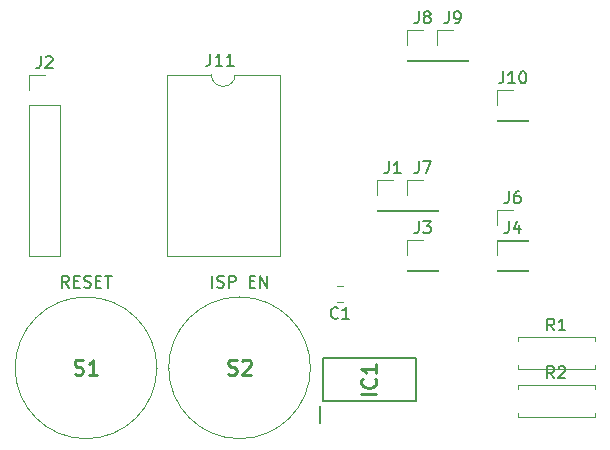
<source format=gbr>
G04 #@! TF.GenerationSoftware,KiCad,Pcbnew,(5.1.5)-3*
G04 #@! TF.CreationDate,2020-02-17T19:36:34-06:00*
G04 #@! TF.ProjectId,ledgrid_programmer,6c656467-7269-4645-9f70-726f6772616d,rev?*
G04 #@! TF.SameCoordinates,Original*
G04 #@! TF.FileFunction,Legend,Top*
G04 #@! TF.FilePolarity,Positive*
%FSLAX46Y46*%
G04 Gerber Fmt 4.6, Leading zero omitted, Abs format (unit mm)*
G04 Created by KiCad (PCBNEW (5.1.5)-3) date 2020-02-17 19:36:34*
%MOMM*%
%LPD*%
G04 APERTURE LIST*
%ADD10C,0.150000*%
%ADD11C,0.100000*%
%ADD12C,0.120000*%
%ADD13C,0.200000*%
%ADD14C,0.254000*%
G04 APERTURE END LIST*
D10*
X93916666Y-96702380D02*
X93916666Y-95702380D01*
X94345238Y-96654761D02*
X94488095Y-96702380D01*
X94726190Y-96702380D01*
X94821428Y-96654761D01*
X94869047Y-96607142D01*
X94916666Y-96511904D01*
X94916666Y-96416666D01*
X94869047Y-96321428D01*
X94821428Y-96273809D01*
X94726190Y-96226190D01*
X94535714Y-96178571D01*
X94440476Y-96130952D01*
X94392857Y-96083333D01*
X94345238Y-95988095D01*
X94345238Y-95892857D01*
X94392857Y-95797619D01*
X94440476Y-95750000D01*
X94535714Y-95702380D01*
X94773809Y-95702380D01*
X94916666Y-95750000D01*
X95345238Y-96702380D02*
X95345238Y-95702380D01*
X95726190Y-95702380D01*
X95821428Y-95750000D01*
X95869047Y-95797619D01*
X95916666Y-95892857D01*
X95916666Y-96035714D01*
X95869047Y-96130952D01*
X95821428Y-96178571D01*
X95726190Y-96226190D01*
X95345238Y-96226190D01*
X97107142Y-96178571D02*
X97440476Y-96178571D01*
X97583333Y-96702380D02*
X97107142Y-96702380D01*
X97107142Y-95702380D01*
X97583333Y-95702380D01*
X98011904Y-96702380D02*
X98011904Y-95702380D01*
X98583333Y-96702380D01*
X98583333Y-95702380D01*
X81797619Y-96702380D02*
X81464285Y-96226190D01*
X81226190Y-96702380D02*
X81226190Y-95702380D01*
X81607142Y-95702380D01*
X81702380Y-95750000D01*
X81750000Y-95797619D01*
X81797619Y-95892857D01*
X81797619Y-96035714D01*
X81750000Y-96130952D01*
X81702380Y-96178571D01*
X81607142Y-96226190D01*
X81226190Y-96226190D01*
X82226190Y-96178571D02*
X82559523Y-96178571D01*
X82702380Y-96702380D02*
X82226190Y-96702380D01*
X82226190Y-95702380D01*
X82702380Y-95702380D01*
X83083333Y-96654761D02*
X83226190Y-96702380D01*
X83464285Y-96702380D01*
X83559523Y-96654761D01*
X83607142Y-96607142D01*
X83654761Y-96511904D01*
X83654761Y-96416666D01*
X83607142Y-96321428D01*
X83559523Y-96273809D01*
X83464285Y-96226190D01*
X83273809Y-96178571D01*
X83178571Y-96130952D01*
X83130952Y-96083333D01*
X83083333Y-95988095D01*
X83083333Y-95892857D01*
X83130952Y-95797619D01*
X83178571Y-95750000D01*
X83273809Y-95702380D01*
X83511904Y-95702380D01*
X83654761Y-95750000D01*
X84083333Y-96178571D02*
X84416666Y-96178571D01*
X84559523Y-96702380D02*
X84083333Y-96702380D01*
X84083333Y-95702380D01*
X84559523Y-95702380D01*
X84845238Y-95702380D02*
X85416666Y-95702380D01*
X85130952Y-96702380D02*
X85130952Y-95702380D01*
D11*
X90250000Y-103500000D02*
G75*
G02X102250000Y-103500000I6000000J0D01*
G01*
X102250000Y-103500000D02*
G75*
G02X90250000Y-103500000I-6000000J0D01*
G01*
X102250000Y-103500000D02*
X102250000Y-103500000D01*
X90250000Y-103500000D02*
X90250000Y-103500000D01*
X77250000Y-103500000D02*
G75*
G02X89250000Y-103500000I6000000J0D01*
G01*
X89250000Y-103500000D02*
G75*
G02X77250000Y-103500000I-6000000J0D01*
G01*
X89250000Y-103500000D02*
X89250000Y-103500000D01*
X77250000Y-103500000D02*
X77250000Y-103500000D01*
D12*
X105011252Y-96540000D02*
X104488748Y-96540000D01*
X105011252Y-97960000D02*
X104488748Y-97960000D01*
X126330000Y-107670000D02*
X126330000Y-107340000D01*
X119790000Y-107670000D02*
X126330000Y-107670000D01*
X119790000Y-107340000D02*
X119790000Y-107670000D01*
X126330000Y-104930000D02*
X126330000Y-105260000D01*
X119790000Y-104930000D02*
X126330000Y-104930000D01*
X119790000Y-105260000D02*
X119790000Y-104930000D01*
X126330000Y-103620000D02*
X126330000Y-103290000D01*
X119790000Y-103620000D02*
X126330000Y-103620000D01*
X119790000Y-103290000D02*
X119790000Y-103620000D01*
X126330000Y-100880000D02*
X126330000Y-101210000D01*
X119790000Y-100880000D02*
X126330000Y-100880000D01*
X119790000Y-101210000D02*
X119790000Y-100880000D01*
X78420000Y-78670000D02*
X79750000Y-78670000D01*
X78420000Y-80000000D02*
X78420000Y-78670000D01*
X78420000Y-81270000D02*
X81080000Y-81270000D01*
X81080000Y-81270000D02*
X81080000Y-94030000D01*
X78420000Y-81270000D02*
X78420000Y-94030000D01*
X78420000Y-94030000D02*
X81080000Y-94030000D01*
X99680000Y-78670000D02*
X95870000Y-78670000D01*
X99680000Y-94030000D02*
X99680000Y-78670000D01*
X90095000Y-94030000D02*
X99680000Y-94030000D01*
X90095000Y-78670000D02*
X90095000Y-94030000D01*
X93870000Y-78670000D02*
X90095000Y-78670000D01*
X95870000Y-78670000D02*
G75*
G02X93870000Y-78670000I-1000000J0D01*
G01*
X118050000Y-79950000D02*
X119380000Y-79950000D01*
X118050000Y-81280000D02*
X118050000Y-79950000D01*
X118050000Y-82550000D02*
X120710000Y-82550000D01*
X120710000Y-82550000D02*
X120710000Y-82610000D01*
X118050000Y-82550000D02*
X118050000Y-82610000D01*
X118050000Y-82610000D02*
X120710000Y-82610000D01*
X112970000Y-74870000D02*
X114300000Y-74870000D01*
X112970000Y-76200000D02*
X112970000Y-74870000D01*
X112970000Y-77470000D02*
X115630000Y-77470000D01*
X115630000Y-77470000D02*
X115630000Y-77530000D01*
X112970000Y-77470000D02*
X112970000Y-77530000D01*
X112970000Y-77530000D02*
X115630000Y-77530000D01*
X110430000Y-74870000D02*
X111760000Y-74870000D01*
X110430000Y-76200000D02*
X110430000Y-74870000D01*
X110430000Y-77470000D02*
X113090000Y-77470000D01*
X113090000Y-77470000D02*
X113090000Y-77530000D01*
X110430000Y-77470000D02*
X110430000Y-77530000D01*
X110430000Y-77530000D02*
X113090000Y-77530000D01*
X110430000Y-87570000D02*
X111760000Y-87570000D01*
X110430000Y-88900000D02*
X110430000Y-87570000D01*
X110430000Y-90170000D02*
X113090000Y-90170000D01*
X113090000Y-90170000D02*
X113090000Y-90230000D01*
X110430000Y-90170000D02*
X110430000Y-90230000D01*
X110430000Y-90230000D02*
X113090000Y-90230000D01*
X118050000Y-90110000D02*
X119380000Y-90110000D01*
X118050000Y-91440000D02*
X118050000Y-90110000D01*
X118050000Y-92710000D02*
X120710000Y-92710000D01*
X120710000Y-92710000D02*
X120710000Y-92770000D01*
X118050000Y-92710000D02*
X118050000Y-92770000D01*
X118050000Y-92770000D02*
X120710000Y-92770000D01*
X118050000Y-92650000D02*
X119380000Y-92650000D01*
X118050000Y-93980000D02*
X118050000Y-92650000D01*
X118050000Y-95250000D02*
X120710000Y-95250000D01*
X120710000Y-95250000D02*
X120710000Y-95310000D01*
X118050000Y-95250000D02*
X118050000Y-95310000D01*
X118050000Y-95310000D02*
X120710000Y-95310000D01*
X110430000Y-92650000D02*
X111760000Y-92650000D01*
X110430000Y-93980000D02*
X110430000Y-92650000D01*
X110430000Y-95250000D02*
X113090000Y-95250000D01*
X113090000Y-95250000D02*
X113090000Y-95310000D01*
X110430000Y-95250000D02*
X110430000Y-95310000D01*
X110430000Y-95310000D02*
X113090000Y-95310000D01*
X107890000Y-87570000D02*
X109220000Y-87570000D01*
X107890000Y-88900000D02*
X107890000Y-87570000D01*
X107890000Y-90170000D02*
X110550000Y-90170000D01*
X110550000Y-90170000D02*
X110550000Y-90230000D01*
X107890000Y-90170000D02*
X107890000Y-90230000D01*
X107890000Y-90230000D02*
X110550000Y-90230000D01*
D13*
X103100000Y-108175000D02*
X103100000Y-106700000D01*
X111150000Y-106350000D02*
X103350000Y-106350000D01*
X111150000Y-102650000D02*
X111150000Y-106350000D01*
X103350000Y-102650000D02*
X111150000Y-102650000D01*
X103350000Y-106350000D02*
X103350000Y-102650000D01*
D14*
X95282380Y-104014047D02*
X95463809Y-104074523D01*
X95766190Y-104074523D01*
X95887142Y-104014047D01*
X95947619Y-103953571D01*
X96008095Y-103832619D01*
X96008095Y-103711666D01*
X95947619Y-103590714D01*
X95887142Y-103530238D01*
X95766190Y-103469761D01*
X95524285Y-103409285D01*
X95403333Y-103348809D01*
X95342857Y-103288333D01*
X95282380Y-103167380D01*
X95282380Y-103046428D01*
X95342857Y-102925476D01*
X95403333Y-102865000D01*
X95524285Y-102804523D01*
X95826666Y-102804523D01*
X96008095Y-102865000D01*
X96491904Y-102925476D02*
X96552380Y-102865000D01*
X96673333Y-102804523D01*
X96975714Y-102804523D01*
X97096666Y-102865000D01*
X97157142Y-102925476D01*
X97217619Y-103046428D01*
X97217619Y-103167380D01*
X97157142Y-103348809D01*
X96431428Y-104074523D01*
X97217619Y-104074523D01*
X82282380Y-104014047D02*
X82463809Y-104074523D01*
X82766190Y-104074523D01*
X82887142Y-104014047D01*
X82947619Y-103953571D01*
X83008095Y-103832619D01*
X83008095Y-103711666D01*
X82947619Y-103590714D01*
X82887142Y-103530238D01*
X82766190Y-103469761D01*
X82524285Y-103409285D01*
X82403333Y-103348809D01*
X82342857Y-103288333D01*
X82282380Y-103167380D01*
X82282380Y-103046428D01*
X82342857Y-102925476D01*
X82403333Y-102865000D01*
X82524285Y-102804523D01*
X82826666Y-102804523D01*
X83008095Y-102865000D01*
X84217619Y-104074523D02*
X83491904Y-104074523D01*
X83854761Y-104074523D02*
X83854761Y-102804523D01*
X83733809Y-102985952D01*
X83612857Y-103106904D01*
X83491904Y-103167380D01*
D10*
X104583333Y-99257142D02*
X104535714Y-99304761D01*
X104392857Y-99352380D01*
X104297619Y-99352380D01*
X104154761Y-99304761D01*
X104059523Y-99209523D01*
X104011904Y-99114285D01*
X103964285Y-98923809D01*
X103964285Y-98780952D01*
X104011904Y-98590476D01*
X104059523Y-98495238D01*
X104154761Y-98400000D01*
X104297619Y-98352380D01*
X104392857Y-98352380D01*
X104535714Y-98400000D01*
X104583333Y-98447619D01*
X105535714Y-99352380D02*
X104964285Y-99352380D01*
X105250000Y-99352380D02*
X105250000Y-98352380D01*
X105154761Y-98495238D01*
X105059523Y-98590476D01*
X104964285Y-98638095D01*
X122893333Y-104382380D02*
X122560000Y-103906190D01*
X122321904Y-104382380D02*
X122321904Y-103382380D01*
X122702857Y-103382380D01*
X122798095Y-103430000D01*
X122845714Y-103477619D01*
X122893333Y-103572857D01*
X122893333Y-103715714D01*
X122845714Y-103810952D01*
X122798095Y-103858571D01*
X122702857Y-103906190D01*
X122321904Y-103906190D01*
X123274285Y-103477619D02*
X123321904Y-103430000D01*
X123417142Y-103382380D01*
X123655238Y-103382380D01*
X123750476Y-103430000D01*
X123798095Y-103477619D01*
X123845714Y-103572857D01*
X123845714Y-103668095D01*
X123798095Y-103810952D01*
X123226666Y-104382380D01*
X123845714Y-104382380D01*
X122893333Y-100332380D02*
X122560000Y-99856190D01*
X122321904Y-100332380D02*
X122321904Y-99332380D01*
X122702857Y-99332380D01*
X122798095Y-99380000D01*
X122845714Y-99427619D01*
X122893333Y-99522857D01*
X122893333Y-99665714D01*
X122845714Y-99760952D01*
X122798095Y-99808571D01*
X122702857Y-99856190D01*
X122321904Y-99856190D01*
X123845714Y-100332380D02*
X123274285Y-100332380D01*
X123560000Y-100332380D02*
X123560000Y-99332380D01*
X123464761Y-99475238D01*
X123369523Y-99570476D01*
X123274285Y-99618095D01*
X79416666Y-77122380D02*
X79416666Y-77836666D01*
X79369047Y-77979523D01*
X79273809Y-78074761D01*
X79130952Y-78122380D01*
X79035714Y-78122380D01*
X79845238Y-77217619D02*
X79892857Y-77170000D01*
X79988095Y-77122380D01*
X80226190Y-77122380D01*
X80321428Y-77170000D01*
X80369047Y-77217619D01*
X80416666Y-77312857D01*
X80416666Y-77408095D01*
X80369047Y-77550952D01*
X79797619Y-78122380D01*
X80416666Y-78122380D01*
X93790476Y-76912380D02*
X93790476Y-77626666D01*
X93742857Y-77769523D01*
X93647619Y-77864761D01*
X93504761Y-77912380D01*
X93409523Y-77912380D01*
X94790476Y-77912380D02*
X94219047Y-77912380D01*
X94504761Y-77912380D02*
X94504761Y-76912380D01*
X94409523Y-77055238D01*
X94314285Y-77150476D01*
X94219047Y-77198095D01*
X95742857Y-77912380D02*
X95171428Y-77912380D01*
X95457142Y-77912380D02*
X95457142Y-76912380D01*
X95361904Y-77055238D01*
X95266666Y-77150476D01*
X95171428Y-77198095D01*
X118570476Y-78402380D02*
X118570476Y-79116666D01*
X118522857Y-79259523D01*
X118427619Y-79354761D01*
X118284761Y-79402380D01*
X118189523Y-79402380D01*
X119570476Y-79402380D02*
X118999047Y-79402380D01*
X119284761Y-79402380D02*
X119284761Y-78402380D01*
X119189523Y-78545238D01*
X119094285Y-78640476D01*
X118999047Y-78688095D01*
X120189523Y-78402380D02*
X120284761Y-78402380D01*
X120380000Y-78450000D01*
X120427619Y-78497619D01*
X120475238Y-78592857D01*
X120522857Y-78783333D01*
X120522857Y-79021428D01*
X120475238Y-79211904D01*
X120427619Y-79307142D01*
X120380000Y-79354761D01*
X120284761Y-79402380D01*
X120189523Y-79402380D01*
X120094285Y-79354761D01*
X120046666Y-79307142D01*
X119999047Y-79211904D01*
X119951428Y-79021428D01*
X119951428Y-78783333D01*
X119999047Y-78592857D01*
X120046666Y-78497619D01*
X120094285Y-78450000D01*
X120189523Y-78402380D01*
X113966666Y-73322380D02*
X113966666Y-74036666D01*
X113919047Y-74179523D01*
X113823809Y-74274761D01*
X113680952Y-74322380D01*
X113585714Y-74322380D01*
X114490476Y-74322380D02*
X114680952Y-74322380D01*
X114776190Y-74274761D01*
X114823809Y-74227142D01*
X114919047Y-74084285D01*
X114966666Y-73893809D01*
X114966666Y-73512857D01*
X114919047Y-73417619D01*
X114871428Y-73370000D01*
X114776190Y-73322380D01*
X114585714Y-73322380D01*
X114490476Y-73370000D01*
X114442857Y-73417619D01*
X114395238Y-73512857D01*
X114395238Y-73750952D01*
X114442857Y-73846190D01*
X114490476Y-73893809D01*
X114585714Y-73941428D01*
X114776190Y-73941428D01*
X114871428Y-73893809D01*
X114919047Y-73846190D01*
X114966666Y-73750952D01*
X111426666Y-73322380D02*
X111426666Y-74036666D01*
X111379047Y-74179523D01*
X111283809Y-74274761D01*
X111140952Y-74322380D01*
X111045714Y-74322380D01*
X112045714Y-73750952D02*
X111950476Y-73703333D01*
X111902857Y-73655714D01*
X111855238Y-73560476D01*
X111855238Y-73512857D01*
X111902857Y-73417619D01*
X111950476Y-73370000D01*
X112045714Y-73322380D01*
X112236190Y-73322380D01*
X112331428Y-73370000D01*
X112379047Y-73417619D01*
X112426666Y-73512857D01*
X112426666Y-73560476D01*
X112379047Y-73655714D01*
X112331428Y-73703333D01*
X112236190Y-73750952D01*
X112045714Y-73750952D01*
X111950476Y-73798571D01*
X111902857Y-73846190D01*
X111855238Y-73941428D01*
X111855238Y-74131904D01*
X111902857Y-74227142D01*
X111950476Y-74274761D01*
X112045714Y-74322380D01*
X112236190Y-74322380D01*
X112331428Y-74274761D01*
X112379047Y-74227142D01*
X112426666Y-74131904D01*
X112426666Y-73941428D01*
X112379047Y-73846190D01*
X112331428Y-73798571D01*
X112236190Y-73750952D01*
X111426666Y-86022380D02*
X111426666Y-86736666D01*
X111379047Y-86879523D01*
X111283809Y-86974761D01*
X111140952Y-87022380D01*
X111045714Y-87022380D01*
X111807619Y-86022380D02*
X112474285Y-86022380D01*
X112045714Y-87022380D01*
X119046666Y-88562380D02*
X119046666Y-89276666D01*
X118999047Y-89419523D01*
X118903809Y-89514761D01*
X118760952Y-89562380D01*
X118665714Y-89562380D01*
X119951428Y-88562380D02*
X119760952Y-88562380D01*
X119665714Y-88610000D01*
X119618095Y-88657619D01*
X119522857Y-88800476D01*
X119475238Y-88990952D01*
X119475238Y-89371904D01*
X119522857Y-89467142D01*
X119570476Y-89514761D01*
X119665714Y-89562380D01*
X119856190Y-89562380D01*
X119951428Y-89514761D01*
X119999047Y-89467142D01*
X120046666Y-89371904D01*
X120046666Y-89133809D01*
X119999047Y-89038571D01*
X119951428Y-88990952D01*
X119856190Y-88943333D01*
X119665714Y-88943333D01*
X119570476Y-88990952D01*
X119522857Y-89038571D01*
X119475238Y-89133809D01*
X119046666Y-91102380D02*
X119046666Y-91816666D01*
X118999047Y-91959523D01*
X118903809Y-92054761D01*
X118760952Y-92102380D01*
X118665714Y-92102380D01*
X119951428Y-91435714D02*
X119951428Y-92102380D01*
X119713333Y-91054761D02*
X119475238Y-91769047D01*
X120094285Y-91769047D01*
X111426666Y-91102380D02*
X111426666Y-91816666D01*
X111379047Y-91959523D01*
X111283809Y-92054761D01*
X111140952Y-92102380D01*
X111045714Y-92102380D01*
X111807619Y-91102380D02*
X112426666Y-91102380D01*
X112093333Y-91483333D01*
X112236190Y-91483333D01*
X112331428Y-91530952D01*
X112379047Y-91578571D01*
X112426666Y-91673809D01*
X112426666Y-91911904D01*
X112379047Y-92007142D01*
X112331428Y-92054761D01*
X112236190Y-92102380D01*
X111950476Y-92102380D01*
X111855238Y-92054761D01*
X111807619Y-92007142D01*
X108886666Y-86022380D02*
X108886666Y-86736666D01*
X108839047Y-86879523D01*
X108743809Y-86974761D01*
X108600952Y-87022380D01*
X108505714Y-87022380D01*
X109886666Y-87022380D02*
X109315238Y-87022380D01*
X109600952Y-87022380D02*
X109600952Y-86022380D01*
X109505714Y-86165238D01*
X109410476Y-86260476D01*
X109315238Y-86308095D01*
D14*
X107824523Y-105739761D02*
X106554523Y-105739761D01*
X107703571Y-104409285D02*
X107764047Y-104469761D01*
X107824523Y-104651190D01*
X107824523Y-104772142D01*
X107764047Y-104953571D01*
X107643095Y-105074523D01*
X107522142Y-105135000D01*
X107280238Y-105195476D01*
X107098809Y-105195476D01*
X106856904Y-105135000D01*
X106735952Y-105074523D01*
X106615000Y-104953571D01*
X106554523Y-104772142D01*
X106554523Y-104651190D01*
X106615000Y-104469761D01*
X106675476Y-104409285D01*
X107824523Y-103199761D02*
X107824523Y-103925476D01*
X107824523Y-103562619D02*
X106554523Y-103562619D01*
X106735952Y-103683571D01*
X106856904Y-103804523D01*
X106917380Y-103925476D01*
M02*

</source>
